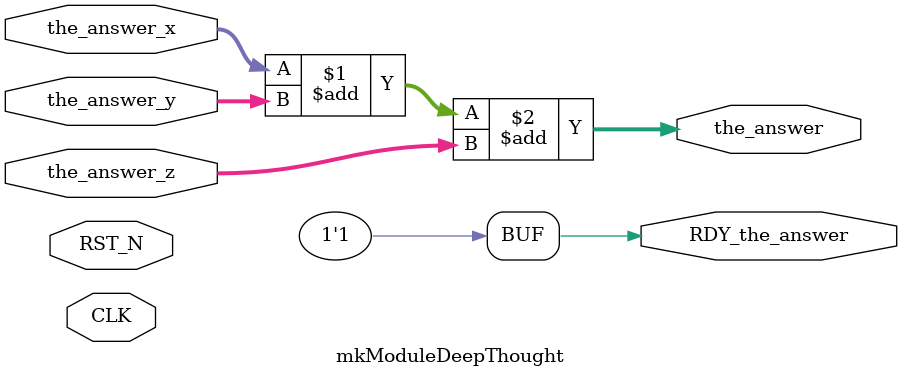
<source format=v>

`ifdef BSV_ASSIGNMENT_DELAY
`else
  `define BSV_ASSIGNMENT_DELAY
`endif

`ifdef BSV_POSITIVE_RESET
  `define BSV_RESET_VALUE 1'b1
  `define BSV_RESET_EDGE posedge
`else
  `define BSV_RESET_VALUE 1'b0
  `define BSV_RESET_EDGE negedge
`endif

module mkModuleDeepThought(CLK,
			   RST_N,

			   the_answer_x,
			   the_answer_y,
			   the_answer_z,
			   the_answer,
			   RDY_the_answer);
  input  CLK;
  input  RST_N;

  // value method the_answer
  input  [31 : 0] the_answer_x;
  input  [31 : 0] the_answer_y;
  input  [31 : 0] the_answer_z;
  output [31 : 0] the_answer;
  output RDY_the_answer;

  // signals for module outputs
  wire [31 : 0] the_answer;
  wire RDY_the_answer;

  // value method the_answer
  assign the_answer = the_answer_x + the_answer_y + the_answer_z ;
  assign RDY_the_answer = 1'd1 ;
endmodule  // mkModuleDeepThought


</source>
